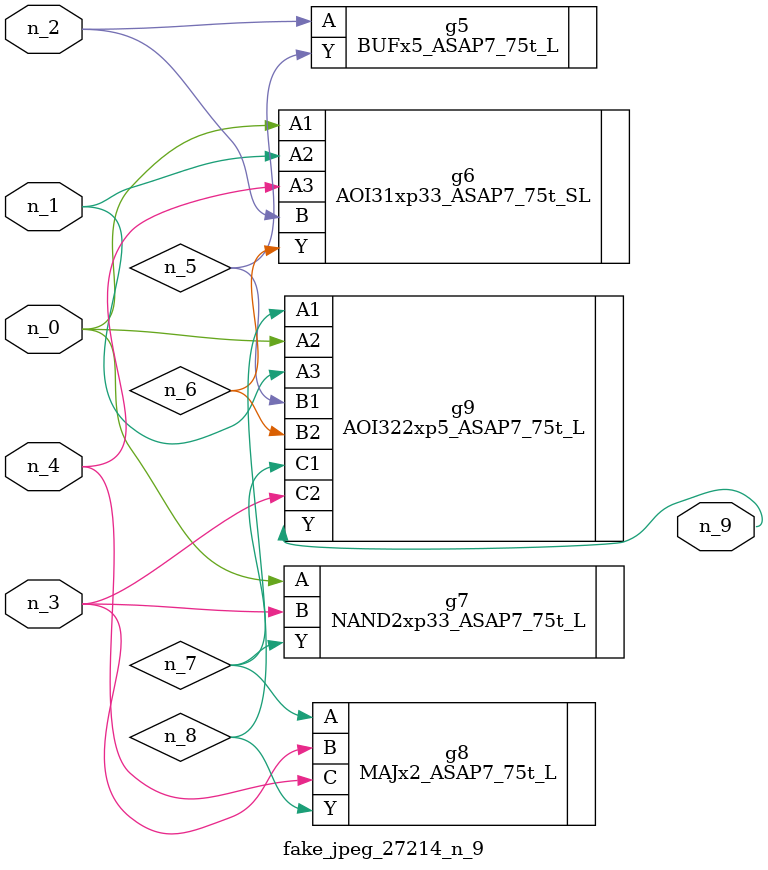
<source format=v>
module fake_jpeg_27214_n_9 (n_3, n_2, n_1, n_0, n_4, n_9);

input n_3;
input n_2;
input n_1;
input n_0;
input n_4;

output n_9;

wire n_8;
wire n_6;
wire n_5;
wire n_7;

BUFx5_ASAP7_75t_L g5 ( 
.A(n_2),
.Y(n_5)
);

AOI31xp33_ASAP7_75t_SL g6 ( 
.A1(n_0),
.A2(n_1),
.A3(n_4),
.B(n_2),
.Y(n_6)
);

NAND2xp33_ASAP7_75t_L g7 ( 
.A(n_0),
.B(n_3),
.Y(n_7)
);

MAJx2_ASAP7_75t_L g8 ( 
.A(n_7),
.B(n_3),
.C(n_4),
.Y(n_8)
);

AOI322xp5_ASAP7_75t_L g9 ( 
.A1(n_8),
.A2(n_0),
.A3(n_1),
.B1(n_5),
.B2(n_6),
.C1(n_7),
.C2(n_3),
.Y(n_9)
);


endmodule
</source>
